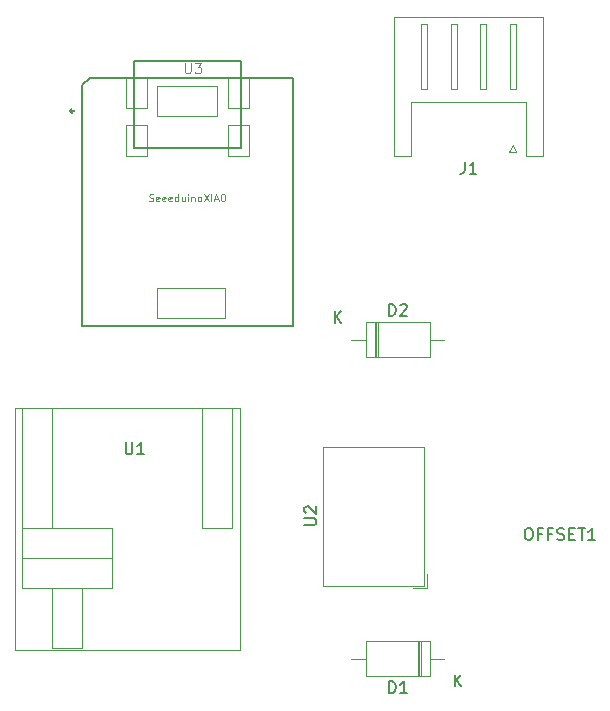
<source format=gbr>
G04 #@! TF.GenerationSoftware,KiCad,Pcbnew,7.0.7*
G04 #@! TF.CreationDate,2023-10-31T18:13:57+09:00*
G04 #@! TF.ProjectId,PCB_OnlyServo,5043425f-4f6e-46c7-9953-6572766f2e6b,rev?*
G04 #@! TF.SameCoordinates,Original*
G04 #@! TF.FileFunction,Legend,Top*
G04 #@! TF.FilePolarity,Positive*
%FSLAX46Y46*%
G04 Gerber Fmt 4.6, Leading zero omitted, Abs format (unit mm)*
G04 Created by KiCad (PCBNEW 7.0.7) date 2023-10-31 18:13:57*
%MOMM*%
%LPD*%
G01*
G04 APERTURE LIST*
%ADD10C,0.150000*%
%ADD11C,0.101600*%
%ADD12C,0.076200*%
%ADD13C,0.120000*%
%ADD14C,0.127000*%
%ADD15C,0.066040*%
%ADD16C,0.254000*%
G04 APERTURE END LIST*
D10*
X141102319Y-93668904D02*
X141911842Y-93668904D01*
X141911842Y-93668904D02*
X142007080Y-93621285D01*
X142007080Y-93621285D02*
X142054700Y-93573666D01*
X142054700Y-93573666D02*
X142102319Y-93478428D01*
X142102319Y-93478428D02*
X142102319Y-93287952D01*
X142102319Y-93287952D02*
X142054700Y-93192714D01*
X142054700Y-93192714D02*
X142007080Y-93145095D01*
X142007080Y-93145095D02*
X141911842Y-93097476D01*
X141911842Y-93097476D02*
X141102319Y-93097476D01*
X141197557Y-92668904D02*
X141149938Y-92621285D01*
X141149938Y-92621285D02*
X141102319Y-92526047D01*
X141102319Y-92526047D02*
X141102319Y-92287952D01*
X141102319Y-92287952D02*
X141149938Y-92192714D01*
X141149938Y-92192714D02*
X141197557Y-92145095D01*
X141197557Y-92145095D02*
X141292795Y-92097476D01*
X141292795Y-92097476D02*
X141388033Y-92097476D01*
X141388033Y-92097476D02*
X141530890Y-92145095D01*
X141530890Y-92145095D02*
X142102319Y-92716523D01*
X142102319Y-92716523D02*
X142102319Y-92097476D01*
X159991904Y-93954819D02*
X160182380Y-93954819D01*
X160182380Y-93954819D02*
X160277618Y-94002438D01*
X160277618Y-94002438D02*
X160372856Y-94097676D01*
X160372856Y-94097676D02*
X160420475Y-94288152D01*
X160420475Y-94288152D02*
X160420475Y-94621485D01*
X160420475Y-94621485D02*
X160372856Y-94811961D01*
X160372856Y-94811961D02*
X160277618Y-94907200D01*
X160277618Y-94907200D02*
X160182380Y-94954819D01*
X160182380Y-94954819D02*
X159991904Y-94954819D01*
X159991904Y-94954819D02*
X159896666Y-94907200D01*
X159896666Y-94907200D02*
X159801428Y-94811961D01*
X159801428Y-94811961D02*
X159753809Y-94621485D01*
X159753809Y-94621485D02*
X159753809Y-94288152D01*
X159753809Y-94288152D02*
X159801428Y-94097676D01*
X159801428Y-94097676D02*
X159896666Y-94002438D01*
X159896666Y-94002438D02*
X159991904Y-93954819D01*
X161182380Y-94431009D02*
X160849047Y-94431009D01*
X160849047Y-94954819D02*
X160849047Y-93954819D01*
X160849047Y-93954819D02*
X161325237Y-93954819D01*
X162039523Y-94431009D02*
X161706190Y-94431009D01*
X161706190Y-94954819D02*
X161706190Y-93954819D01*
X161706190Y-93954819D02*
X162182380Y-93954819D01*
X162515714Y-94907200D02*
X162658571Y-94954819D01*
X162658571Y-94954819D02*
X162896666Y-94954819D01*
X162896666Y-94954819D02*
X162991904Y-94907200D01*
X162991904Y-94907200D02*
X163039523Y-94859580D01*
X163039523Y-94859580D02*
X163087142Y-94764342D01*
X163087142Y-94764342D02*
X163087142Y-94669104D01*
X163087142Y-94669104D02*
X163039523Y-94573866D01*
X163039523Y-94573866D02*
X162991904Y-94526247D01*
X162991904Y-94526247D02*
X162896666Y-94478628D01*
X162896666Y-94478628D02*
X162706190Y-94431009D01*
X162706190Y-94431009D02*
X162610952Y-94383390D01*
X162610952Y-94383390D02*
X162563333Y-94335771D01*
X162563333Y-94335771D02*
X162515714Y-94240533D01*
X162515714Y-94240533D02*
X162515714Y-94145295D01*
X162515714Y-94145295D02*
X162563333Y-94050057D01*
X162563333Y-94050057D02*
X162610952Y-94002438D01*
X162610952Y-94002438D02*
X162706190Y-93954819D01*
X162706190Y-93954819D02*
X162944285Y-93954819D01*
X162944285Y-93954819D02*
X163087142Y-94002438D01*
X163515714Y-94431009D02*
X163849047Y-94431009D01*
X163991904Y-94954819D02*
X163515714Y-94954819D01*
X163515714Y-94954819D02*
X163515714Y-93954819D01*
X163515714Y-93954819D02*
X163991904Y-93954819D01*
X164277619Y-93954819D02*
X164849047Y-93954819D01*
X164563333Y-94954819D02*
X164563333Y-93954819D01*
X165706190Y-94954819D02*
X165134762Y-94954819D01*
X165420476Y-94954819D02*
X165420476Y-93954819D01*
X165420476Y-93954819D02*
X165325238Y-94097676D01*
X165325238Y-94097676D02*
X165230000Y-94192914D01*
X165230000Y-94192914D02*
X165134762Y-94240533D01*
X125968095Y-86694819D02*
X125968095Y-87504342D01*
X125968095Y-87504342D02*
X126015714Y-87599580D01*
X126015714Y-87599580D02*
X126063333Y-87647200D01*
X126063333Y-87647200D02*
X126158571Y-87694819D01*
X126158571Y-87694819D02*
X126349047Y-87694819D01*
X126349047Y-87694819D02*
X126444285Y-87647200D01*
X126444285Y-87647200D02*
X126491904Y-87599580D01*
X126491904Y-87599580D02*
X126539523Y-87504342D01*
X126539523Y-87504342D02*
X126539523Y-86694819D01*
X127539523Y-87694819D02*
X126968095Y-87694819D01*
X127253809Y-87694819D02*
X127253809Y-86694819D01*
X127253809Y-86694819D02*
X127158571Y-86837676D01*
X127158571Y-86837676D02*
X127063333Y-86932914D01*
X127063333Y-86932914D02*
X126968095Y-86980533D01*
D11*
X130957166Y-54536485D02*
X130957166Y-55256152D01*
X130957166Y-55256152D02*
X130999500Y-55340818D01*
X130999500Y-55340818D02*
X131041833Y-55383152D01*
X131041833Y-55383152D02*
X131126500Y-55425485D01*
X131126500Y-55425485D02*
X131295833Y-55425485D01*
X131295833Y-55425485D02*
X131380500Y-55383152D01*
X131380500Y-55383152D02*
X131422833Y-55340818D01*
X131422833Y-55340818D02*
X131465166Y-55256152D01*
X131465166Y-55256152D02*
X131465166Y-54536485D01*
X131803833Y-54536485D02*
X132354166Y-54536485D01*
X132354166Y-54536485D02*
X132057833Y-54875152D01*
X132057833Y-54875152D02*
X132184833Y-54875152D01*
X132184833Y-54875152D02*
X132269499Y-54917485D01*
X132269499Y-54917485D02*
X132311833Y-54959818D01*
X132311833Y-54959818D02*
X132354166Y-55044485D01*
X132354166Y-55044485D02*
X132354166Y-55256152D01*
X132354166Y-55256152D02*
X132311833Y-55340818D01*
X132311833Y-55340818D02*
X132269499Y-55383152D01*
X132269499Y-55383152D02*
X132184833Y-55425485D01*
X132184833Y-55425485D02*
X131930833Y-55425485D01*
X131930833Y-55425485D02*
X131846166Y-55383152D01*
X131846166Y-55383152D02*
X131803833Y-55340818D01*
D12*
X127967829Y-66254021D02*
X128054915Y-66283049D01*
X128054915Y-66283049D02*
X128200057Y-66283049D01*
X128200057Y-66283049D02*
X128258115Y-66254021D01*
X128258115Y-66254021D02*
X128287143Y-66224992D01*
X128287143Y-66224992D02*
X128316172Y-66166935D01*
X128316172Y-66166935D02*
X128316172Y-66108878D01*
X128316172Y-66108878D02*
X128287143Y-66050821D01*
X128287143Y-66050821D02*
X128258115Y-66021792D01*
X128258115Y-66021792D02*
X128200057Y-65992763D01*
X128200057Y-65992763D02*
X128083943Y-65963735D01*
X128083943Y-65963735D02*
X128025886Y-65934706D01*
X128025886Y-65934706D02*
X127996857Y-65905678D01*
X127996857Y-65905678D02*
X127967829Y-65847621D01*
X127967829Y-65847621D02*
X127967829Y-65789563D01*
X127967829Y-65789563D02*
X127996857Y-65731506D01*
X127996857Y-65731506D02*
X128025886Y-65702478D01*
X128025886Y-65702478D02*
X128083943Y-65673449D01*
X128083943Y-65673449D02*
X128229086Y-65673449D01*
X128229086Y-65673449D02*
X128316172Y-65702478D01*
X128809657Y-66254021D02*
X128751600Y-66283049D01*
X128751600Y-66283049D02*
X128635486Y-66283049D01*
X128635486Y-66283049D02*
X128577428Y-66254021D01*
X128577428Y-66254021D02*
X128548400Y-66195963D01*
X128548400Y-66195963D02*
X128548400Y-65963735D01*
X128548400Y-65963735D02*
X128577428Y-65905678D01*
X128577428Y-65905678D02*
X128635486Y-65876649D01*
X128635486Y-65876649D02*
X128751600Y-65876649D01*
X128751600Y-65876649D02*
X128809657Y-65905678D01*
X128809657Y-65905678D02*
X128838686Y-65963735D01*
X128838686Y-65963735D02*
X128838686Y-66021792D01*
X128838686Y-66021792D02*
X128548400Y-66079849D01*
X129332171Y-66254021D02*
X129274114Y-66283049D01*
X129274114Y-66283049D02*
X129158000Y-66283049D01*
X129158000Y-66283049D02*
X129099942Y-66254021D01*
X129099942Y-66254021D02*
X129070914Y-66195963D01*
X129070914Y-66195963D02*
X129070914Y-65963735D01*
X129070914Y-65963735D02*
X129099942Y-65905678D01*
X129099942Y-65905678D02*
X129158000Y-65876649D01*
X129158000Y-65876649D02*
X129274114Y-65876649D01*
X129274114Y-65876649D02*
X129332171Y-65905678D01*
X129332171Y-65905678D02*
X129361200Y-65963735D01*
X129361200Y-65963735D02*
X129361200Y-66021792D01*
X129361200Y-66021792D02*
X129070914Y-66079849D01*
X129854685Y-66254021D02*
X129796628Y-66283049D01*
X129796628Y-66283049D02*
X129680514Y-66283049D01*
X129680514Y-66283049D02*
X129622456Y-66254021D01*
X129622456Y-66254021D02*
X129593428Y-66195963D01*
X129593428Y-66195963D02*
X129593428Y-65963735D01*
X129593428Y-65963735D02*
X129622456Y-65905678D01*
X129622456Y-65905678D02*
X129680514Y-65876649D01*
X129680514Y-65876649D02*
X129796628Y-65876649D01*
X129796628Y-65876649D02*
X129854685Y-65905678D01*
X129854685Y-65905678D02*
X129883714Y-65963735D01*
X129883714Y-65963735D02*
X129883714Y-66021792D01*
X129883714Y-66021792D02*
X129593428Y-66079849D01*
X130406228Y-66283049D02*
X130406228Y-65673449D01*
X130406228Y-66254021D02*
X130348170Y-66283049D01*
X130348170Y-66283049D02*
X130232056Y-66283049D01*
X130232056Y-66283049D02*
X130173999Y-66254021D01*
X130173999Y-66254021D02*
X130144970Y-66224992D01*
X130144970Y-66224992D02*
X130115942Y-66166935D01*
X130115942Y-66166935D02*
X130115942Y-65992763D01*
X130115942Y-65992763D02*
X130144970Y-65934706D01*
X130144970Y-65934706D02*
X130173999Y-65905678D01*
X130173999Y-65905678D02*
X130232056Y-65876649D01*
X130232056Y-65876649D02*
X130348170Y-65876649D01*
X130348170Y-65876649D02*
X130406228Y-65905678D01*
X130957771Y-65876649D02*
X130957771Y-66283049D01*
X130696513Y-65876649D02*
X130696513Y-66195963D01*
X130696513Y-66195963D02*
X130725542Y-66254021D01*
X130725542Y-66254021D02*
X130783599Y-66283049D01*
X130783599Y-66283049D02*
X130870685Y-66283049D01*
X130870685Y-66283049D02*
X130928742Y-66254021D01*
X130928742Y-66254021D02*
X130957771Y-66224992D01*
X131248056Y-66283049D02*
X131248056Y-65876649D01*
X131248056Y-65673449D02*
X131219028Y-65702478D01*
X131219028Y-65702478D02*
X131248056Y-65731506D01*
X131248056Y-65731506D02*
X131277085Y-65702478D01*
X131277085Y-65702478D02*
X131248056Y-65673449D01*
X131248056Y-65673449D02*
X131248056Y-65731506D01*
X131538342Y-65876649D02*
X131538342Y-66283049D01*
X131538342Y-65934706D02*
X131567371Y-65905678D01*
X131567371Y-65905678D02*
X131625428Y-65876649D01*
X131625428Y-65876649D02*
X131712514Y-65876649D01*
X131712514Y-65876649D02*
X131770571Y-65905678D01*
X131770571Y-65905678D02*
X131799600Y-65963735D01*
X131799600Y-65963735D02*
X131799600Y-66283049D01*
X132176971Y-66283049D02*
X132118914Y-66254021D01*
X132118914Y-66254021D02*
X132089885Y-66224992D01*
X132089885Y-66224992D02*
X132060857Y-66166935D01*
X132060857Y-66166935D02*
X132060857Y-65992763D01*
X132060857Y-65992763D02*
X132089885Y-65934706D01*
X132089885Y-65934706D02*
X132118914Y-65905678D01*
X132118914Y-65905678D02*
X132176971Y-65876649D01*
X132176971Y-65876649D02*
X132264057Y-65876649D01*
X132264057Y-65876649D02*
X132322114Y-65905678D01*
X132322114Y-65905678D02*
X132351143Y-65934706D01*
X132351143Y-65934706D02*
X132380171Y-65992763D01*
X132380171Y-65992763D02*
X132380171Y-66166935D01*
X132380171Y-66166935D02*
X132351143Y-66224992D01*
X132351143Y-66224992D02*
X132322114Y-66254021D01*
X132322114Y-66254021D02*
X132264057Y-66283049D01*
X132264057Y-66283049D02*
X132176971Y-66283049D01*
X132583371Y-65673449D02*
X132989771Y-66283049D01*
X132989771Y-65673449D02*
X132583371Y-66283049D01*
X133221999Y-66283049D02*
X133221999Y-65673449D01*
X133483257Y-66108878D02*
X133773543Y-66108878D01*
X133425200Y-66283049D02*
X133628400Y-65673449D01*
X133628400Y-65673449D02*
X133831600Y-66283049D01*
X134150914Y-65673449D02*
X134267028Y-65673449D01*
X134267028Y-65673449D02*
X134325085Y-65702478D01*
X134325085Y-65702478D02*
X134383142Y-65760535D01*
X134383142Y-65760535D02*
X134412171Y-65876649D01*
X134412171Y-65876649D02*
X134412171Y-66079849D01*
X134412171Y-66079849D02*
X134383142Y-66195963D01*
X134383142Y-66195963D02*
X134325085Y-66254021D01*
X134325085Y-66254021D02*
X134267028Y-66283049D01*
X134267028Y-66283049D02*
X134150914Y-66283049D01*
X134150914Y-66283049D02*
X134092857Y-66254021D01*
X134092857Y-66254021D02*
X134034799Y-66195963D01*
X134034799Y-66195963D02*
X134005771Y-66079849D01*
X134005771Y-66079849D02*
X134005771Y-65876649D01*
X134005771Y-65876649D02*
X134034799Y-65760535D01*
X134034799Y-65760535D02*
X134092857Y-65702478D01*
X134092857Y-65702478D02*
X134150914Y-65673449D01*
D10*
X154666666Y-62954819D02*
X154666666Y-63669104D01*
X154666666Y-63669104D02*
X154619047Y-63811961D01*
X154619047Y-63811961D02*
X154523809Y-63907200D01*
X154523809Y-63907200D02*
X154380952Y-63954819D01*
X154380952Y-63954819D02*
X154285714Y-63954819D01*
X155666666Y-63954819D02*
X155095238Y-63954819D01*
X155380952Y-63954819D02*
X155380952Y-62954819D01*
X155380952Y-62954819D02*
X155285714Y-63097676D01*
X155285714Y-63097676D02*
X155190476Y-63192914D01*
X155190476Y-63192914D02*
X155095238Y-63240533D01*
X148261905Y-75984819D02*
X148261905Y-74984819D01*
X148261905Y-74984819D02*
X148500000Y-74984819D01*
X148500000Y-74984819D02*
X148642857Y-75032438D01*
X148642857Y-75032438D02*
X148738095Y-75127676D01*
X148738095Y-75127676D02*
X148785714Y-75222914D01*
X148785714Y-75222914D02*
X148833333Y-75413390D01*
X148833333Y-75413390D02*
X148833333Y-75556247D01*
X148833333Y-75556247D02*
X148785714Y-75746723D01*
X148785714Y-75746723D02*
X148738095Y-75841961D01*
X148738095Y-75841961D02*
X148642857Y-75937200D01*
X148642857Y-75937200D02*
X148500000Y-75984819D01*
X148500000Y-75984819D02*
X148261905Y-75984819D01*
X149214286Y-75080057D02*
X149261905Y-75032438D01*
X149261905Y-75032438D02*
X149357143Y-74984819D01*
X149357143Y-74984819D02*
X149595238Y-74984819D01*
X149595238Y-74984819D02*
X149690476Y-75032438D01*
X149690476Y-75032438D02*
X149738095Y-75080057D01*
X149738095Y-75080057D02*
X149785714Y-75175295D01*
X149785714Y-75175295D02*
X149785714Y-75270533D01*
X149785714Y-75270533D02*
X149738095Y-75413390D01*
X149738095Y-75413390D02*
X149166667Y-75984819D01*
X149166667Y-75984819D02*
X149785714Y-75984819D01*
X143658095Y-76554819D02*
X143658095Y-75554819D01*
X144229523Y-76554819D02*
X143800952Y-75983390D01*
X144229523Y-75554819D02*
X143658095Y-76126247D01*
X148261905Y-107924819D02*
X148261905Y-106924819D01*
X148261905Y-106924819D02*
X148500000Y-106924819D01*
X148500000Y-106924819D02*
X148642857Y-106972438D01*
X148642857Y-106972438D02*
X148738095Y-107067676D01*
X148738095Y-107067676D02*
X148785714Y-107162914D01*
X148785714Y-107162914D02*
X148833333Y-107353390D01*
X148833333Y-107353390D02*
X148833333Y-107496247D01*
X148833333Y-107496247D02*
X148785714Y-107686723D01*
X148785714Y-107686723D02*
X148738095Y-107781961D01*
X148738095Y-107781961D02*
X148642857Y-107877200D01*
X148642857Y-107877200D02*
X148500000Y-107924819D01*
X148500000Y-107924819D02*
X148261905Y-107924819D01*
X149785714Y-107924819D02*
X149214286Y-107924819D01*
X149500000Y-107924819D02*
X149500000Y-106924819D01*
X149500000Y-106924819D02*
X149404762Y-107067676D01*
X149404762Y-107067676D02*
X149309524Y-107162914D01*
X149309524Y-107162914D02*
X149214286Y-107210533D01*
X153818095Y-107354819D02*
X153818095Y-106354819D01*
X154389523Y-107354819D02*
X153960952Y-106783390D01*
X154389523Y-106354819D02*
X153818095Y-106926247D01*
D13*
X150267500Y-99058000D02*
X151507500Y-99058000D01*
X151507500Y-99058000D02*
X151507500Y-97818000D01*
X142647500Y-98818000D02*
X151267500Y-98818000D01*
X142647500Y-98818000D02*
X142647500Y-87097000D01*
X151267500Y-98818000D02*
X151267500Y-87097000D01*
X142647500Y-87097000D02*
X151267500Y-87097000D01*
X116620000Y-83800000D02*
X135620000Y-83800000D01*
X135620000Y-83800000D02*
X135620000Y-104300000D01*
X135620000Y-104300000D02*
X116620000Y-104300000D01*
X116620000Y-104300000D02*
X116620000Y-83800000D01*
X117230000Y-83800000D02*
X119770000Y-83800000D01*
X119770000Y-83800000D02*
X119770000Y-93960000D01*
X119770000Y-93960000D02*
X117230000Y-93960000D01*
X117230000Y-93960000D02*
X117230000Y-83800000D01*
X117230000Y-96500000D02*
X124850000Y-96500000D01*
X124850000Y-96500000D02*
X124850000Y-93960000D01*
X124850000Y-93960000D02*
X117230000Y-93960000D01*
X117230000Y-93960000D02*
X117230000Y-96500000D01*
X117230000Y-99040000D02*
X124850000Y-99040000D01*
X124850000Y-99040000D02*
X124850000Y-96500000D01*
X124850000Y-96500000D02*
X117230000Y-96500000D01*
X117230000Y-96500000D02*
X117230000Y-99040000D01*
X122310000Y-104120000D02*
X119770000Y-104120000D01*
X119770000Y-104120000D02*
X119770000Y-99040000D01*
X119770000Y-99040000D02*
X122310000Y-99040000D01*
X122310000Y-99040000D02*
X122310000Y-104120000D01*
X132470000Y-83800000D02*
X135010000Y-83800000D01*
X135010000Y-83800000D02*
X135010000Y-93960000D01*
X135010000Y-93960000D02*
X132470000Y-93960000D01*
X132470000Y-93960000D02*
X132470000Y-83800000D01*
D14*
X122300000Y-56472380D02*
X122300000Y-76800000D01*
X122300000Y-76800000D02*
X140097780Y-76800000D01*
X122970560Y-55801820D02*
X122300000Y-56472380D01*
D15*
X125983000Y-55718000D02*
X127761000Y-55718000D01*
X125983000Y-58385000D02*
X125983000Y-55718000D01*
X125983000Y-58385000D02*
X127761000Y-58385000D01*
X125983000Y-59782000D02*
X127761000Y-59782000D01*
X125983000Y-62451540D02*
X125983000Y-59782000D01*
X125983000Y-62451540D02*
X127761000Y-62451540D01*
D14*
X126694200Y-61730180D02*
X126694200Y-54376880D01*
X126699280Y-54376880D02*
X135693420Y-54376880D01*
D15*
X127761000Y-58385000D02*
X127761000Y-55718000D01*
X127761000Y-62451540D02*
X127761000Y-59782000D01*
X128650000Y-56480000D02*
X133730000Y-56480000D01*
X128650000Y-59020000D02*
X128650000Y-56480000D01*
X128650000Y-59020000D02*
X133730000Y-59020000D01*
X128650000Y-73625000D02*
X134365000Y-73625000D01*
X128650000Y-76165000D02*
X128650000Y-73625000D01*
X128650000Y-76165000D02*
X134365000Y-76165000D01*
X133730000Y-59020000D02*
X133730000Y-56480000D01*
X134365000Y-76165000D02*
X134365000Y-73625000D01*
X134619000Y-55718000D02*
X136397000Y-55718000D01*
X134619000Y-58385000D02*
X134619000Y-55718000D01*
X134619000Y-58385000D02*
X136397000Y-58385000D01*
X134619000Y-59782000D02*
X136397000Y-59782000D01*
X134619000Y-62451540D02*
X134619000Y-59782000D01*
X134619000Y-62451540D02*
X136397000Y-62451540D01*
D14*
X135693420Y-54376880D02*
X135693420Y-61730180D01*
X135693420Y-61730180D02*
X126694200Y-61730180D01*
D15*
X136397000Y-58385000D02*
X136397000Y-55718000D01*
X136397000Y-62451540D02*
X136397000Y-59782000D01*
D14*
X140097780Y-55801820D02*
X122970560Y-55801820D01*
X140097780Y-76800000D02*
X140097780Y-55801820D01*
D16*
X121538000Y-58639000D02*
G75*
G03*
X121538000Y-58639000I-127000J0D01*
G01*
D13*
X161310000Y-62410000D02*
X159890000Y-62410000D01*
X161310000Y-50690000D02*
X161310000Y-62410000D01*
X159890000Y-62410000D02*
X159890000Y-57910000D01*
X159890000Y-57910000D02*
X155000000Y-57910000D01*
X159050000Y-62100000D02*
X158450000Y-62100000D01*
X159000000Y-56800000D02*
X159000000Y-51300000D01*
X159000000Y-51300000D02*
X158500000Y-51300000D01*
X158750000Y-61500000D02*
X159050000Y-62100000D01*
X158500000Y-56800000D02*
X159000000Y-56800000D01*
X158500000Y-51300000D02*
X158500000Y-56800000D01*
X158450000Y-62100000D02*
X158750000Y-61500000D01*
X156500000Y-56800000D02*
X156500000Y-51300000D01*
X156500000Y-51300000D02*
X156000000Y-51300000D01*
X156000000Y-56800000D02*
X156500000Y-56800000D01*
X156000000Y-51300000D02*
X156000000Y-56800000D01*
X155000000Y-50690000D02*
X161310000Y-50690000D01*
X155000000Y-50690000D02*
X148690000Y-50690000D01*
X154000000Y-56800000D02*
X154000000Y-51300000D01*
X154000000Y-51300000D02*
X153500000Y-51300000D01*
X153500000Y-56800000D02*
X154000000Y-56800000D01*
X153500000Y-51300000D02*
X153500000Y-56800000D01*
X151500000Y-56800000D02*
X151500000Y-51300000D01*
X151500000Y-51300000D02*
X151000000Y-51300000D01*
X151000000Y-56800000D02*
X151500000Y-56800000D01*
X151000000Y-51300000D02*
X151000000Y-56800000D01*
X150110000Y-62410000D02*
X150110000Y-57910000D01*
X150110000Y-57910000D02*
X155000000Y-57910000D01*
X148690000Y-62410000D02*
X150110000Y-62410000D01*
X148690000Y-50690000D02*
X148690000Y-62410000D01*
X145060000Y-78000000D02*
X146280000Y-78000000D01*
X146280000Y-76530000D02*
X146280000Y-79470000D01*
X146280000Y-79470000D02*
X151720000Y-79470000D01*
X147060000Y-76530000D02*
X147060000Y-79470000D01*
X147180000Y-76530000D02*
X147180000Y-79470000D01*
X147300000Y-76530000D02*
X147300000Y-79470000D01*
X151720000Y-76530000D02*
X146280000Y-76530000D01*
X151720000Y-79470000D02*
X151720000Y-76530000D01*
X152940000Y-78000000D02*
X151720000Y-78000000D01*
X152940000Y-105000000D02*
X151720000Y-105000000D01*
X151720000Y-106470000D02*
X151720000Y-103530000D01*
X151720000Y-103530000D02*
X146280000Y-103530000D01*
X150940000Y-106470000D02*
X150940000Y-103530000D01*
X150820000Y-106470000D02*
X150820000Y-103530000D01*
X150700000Y-106470000D02*
X150700000Y-103530000D01*
X146280000Y-106470000D02*
X151720000Y-106470000D01*
X146280000Y-103530000D02*
X146280000Y-106470000D01*
X145060000Y-105000000D02*
X146280000Y-105000000D01*
M02*

</source>
